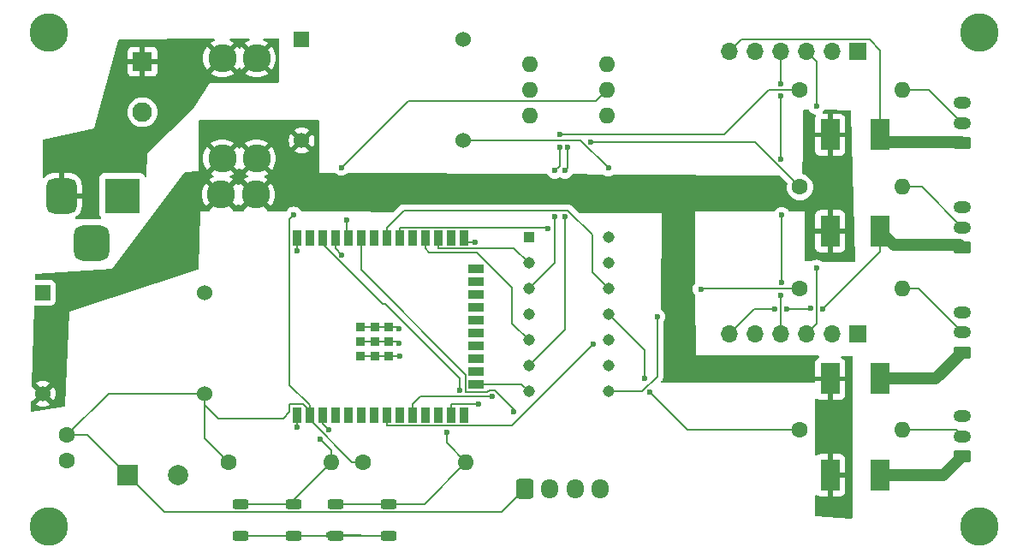
<source format=gbr>
%TF.GenerationSoftware,KiCad,Pcbnew,8.0.8*%
%TF.CreationDate,2025-02-20T16:12:13-05:00*%
%TF.ProjectId,ESP32_SMD,45535033-325f-4534-9d44-2e6b69636164,rev?*%
%TF.SameCoordinates,Original*%
%TF.FileFunction,Copper,L1,Top*%
%TF.FilePolarity,Positive*%
%FSLAX46Y46*%
G04 Gerber Fmt 4.6, Leading zero omitted, Abs format (unit mm)*
G04 Created by KiCad (PCBNEW 8.0.8) date 2025-02-20 16:12:13*
%MOMM*%
%LPD*%
G01*
G04 APERTURE LIST*
G04 Aperture macros list*
%AMRoundRect*
0 Rectangle with rounded corners*
0 $1 Rounding radius*
0 $2 $3 $4 $5 $6 $7 $8 $9 X,Y pos of 4 corners*
0 Add a 4 corners polygon primitive as box body*
4,1,4,$2,$3,$4,$5,$6,$7,$8,$9,$2,$3,0*
0 Add four circle primitives for the rounded corners*
1,1,$1+$1,$2,$3*
1,1,$1+$1,$4,$5*
1,1,$1+$1,$6,$7*
1,1,$1+$1,$8,$9*
0 Add four rect primitives between the rounded corners*
20,1,$1+$1,$2,$3,$4,$5,0*
20,1,$1+$1,$4,$5,$6,$7,0*
20,1,$1+$1,$6,$7,$8,$9,0*
20,1,$1+$1,$8,$9,$2,$3,0*%
G04 Aperture macros list end*
%TA.AperFunction,ComponentPad*%
%ADD10C,3.800000*%
%TD*%
%TA.AperFunction,SMDPad,CuDef*%
%ADD11RoundRect,0.250000X-0.525000X-0.250000X0.525000X-0.250000X0.525000X0.250000X-0.525000X0.250000X0*%
%TD*%
%TA.AperFunction,ComponentPad*%
%ADD12C,1.600000*%
%TD*%
%TA.AperFunction,ComponentPad*%
%ADD13O,1.600000X1.600000*%
%TD*%
%TA.AperFunction,ComponentPad*%
%ADD14RoundRect,0.250000X-0.600000X-0.725000X0.600000X-0.725000X0.600000X0.725000X-0.600000X0.725000X0*%
%TD*%
%TA.AperFunction,ComponentPad*%
%ADD15O,1.700000X1.950000*%
%TD*%
%TA.AperFunction,ComponentPad*%
%ADD16R,1.524000X1.524000*%
%TD*%
%TA.AperFunction,ComponentPad*%
%ADD17C,1.524000*%
%TD*%
%TA.AperFunction,ComponentPad*%
%ADD18RoundRect,0.250000X0.625000X-0.350000X0.625000X0.350000X-0.625000X0.350000X-0.625000X-0.350000X0*%
%TD*%
%TA.AperFunction,ComponentPad*%
%ADD19O,1.750000X1.200000*%
%TD*%
%TA.AperFunction,SMDPad,CuDef*%
%ADD20R,1.960000X3.150000*%
%TD*%
%TA.AperFunction,ComponentPad*%
%ADD21R,1.140000X1.140000*%
%TD*%
%TA.AperFunction,ComponentPad*%
%ADD22C,1.140000*%
%TD*%
%TA.AperFunction,ComponentPad*%
%ADD23R,3.500000X3.500000*%
%TD*%
%TA.AperFunction,ComponentPad*%
%ADD24RoundRect,0.750000X-0.750000X-1.000000X0.750000X-1.000000X0.750000X1.000000X-0.750000X1.000000X0*%
%TD*%
%TA.AperFunction,ComponentPad*%
%ADD25RoundRect,0.875000X-0.875000X-0.875000X0.875000X-0.875000X0.875000X0.875000X-0.875000X0.875000X0*%
%TD*%
%TA.AperFunction,SMDPad,CuDef*%
%ADD26R,0.900000X1.500000*%
%TD*%
%TA.AperFunction,SMDPad,CuDef*%
%ADD27R,1.500000X0.900000*%
%TD*%
%TA.AperFunction,SMDPad,CuDef*%
%ADD28R,0.900000X0.900000*%
%TD*%
%TA.AperFunction,ComponentPad*%
%ADD29C,2.780000*%
%TD*%
%TA.AperFunction,ComponentPad*%
%ADD30R,1.700000X1.700000*%
%TD*%
%TA.AperFunction,ComponentPad*%
%ADD31O,1.700000X1.700000*%
%TD*%
%TA.AperFunction,ComponentPad*%
%ADD32C,1.950000*%
%TD*%
%TA.AperFunction,ComponentPad*%
%ADD33R,1.950000X1.950000*%
%TD*%
%TA.AperFunction,ComponentPad*%
%ADD34R,2.000000X2.000000*%
%TD*%
%TA.AperFunction,ComponentPad*%
%ADD35C,2.000000*%
%TD*%
%TA.AperFunction,ViaPad*%
%ADD36C,0.600000*%
%TD*%
%TA.AperFunction,Conductor*%
%ADD37C,0.200000*%
%TD*%
%TA.AperFunction,Conductor*%
%ADD38C,1.200000*%
%TD*%
G04 APERTURE END LIST*
D10*
%TO.P,H4,1*%
%TO.N,N/C*%
X29210000Y-83185000D03*
%TD*%
%TO.P,H3,1*%
%TO.N,N/C*%
X121285000Y-83185000D03*
%TD*%
%TO.P,H2,1*%
%TO.N,N/C*%
X29210000Y-34300000D03*
%TD*%
%TO.P,H1,1*%
%TO.N,N/C*%
X121285000Y-34300000D03*
%TD*%
D11*
%TO.P,SW2,1,A*%
%TO.N,+3.3V_BOOT*%
X57573000Y-80950000D03*
X62823000Y-80950000D03*
%TO.P,SW2,2,B*%
%TO.N,GND*%
X57573000Y-84150000D03*
X62823000Y-84150000D03*
%TD*%
D12*
%TO.P,R6,1*%
%TO.N,+3.3V*%
X60325000Y-76835000D03*
D13*
%TO.P,R6,2*%
%TO.N,+3.3V_BOOT*%
X70485000Y-76835000D03*
%TD*%
D14*
%TO.P,J11,1,Pin_1*%
%TO.N,+3.3V*%
X76260000Y-79485000D03*
D15*
%TO.P,J11,2,Pin_2*%
%TO.N,TXD*%
X78760000Y-79485000D03*
%TO.P,J11,3,Pin_3*%
%TO.N,RXD*%
X81260000Y-79485000D03*
%TO.P,J11,4,Pin_4*%
%TO.N,GND*%
X83760000Y-79485000D03*
%TD*%
D12*
%TO.P,C2,1*%
%TO.N,+3.3V*%
X30988000Y-74168000D03*
%TO.P,C2,2*%
%TO.N,GND*%
X30988000Y-76668000D03*
%TD*%
%TO.P,R2,1*%
%TO.N,Net-(U4-2Y)*%
X103505000Y-49610000D03*
D13*
%TO.P,R2,2*%
%TO.N,LED_DATA2*%
X113665000Y-49610000D03*
%TD*%
D11*
%TO.P,SW1,1,A*%
%TO.N,+3.3V_EN*%
X48175000Y-80950000D03*
X53425000Y-80950000D03*
%TO.P,SW1,2,B*%
%TO.N,GND*%
X48175000Y-84150000D03*
X53425000Y-84150000D03*
%TD*%
D16*
%TO.P,J10,1,1*%
%TO.N,GND*%
X28625000Y-60050000D03*
D17*
%TO.P,J10,2,2*%
%TO.N,+12V*%
X28625000Y-70050000D03*
%TO.P,J10,3,3*%
%TO.N,GND*%
X44625000Y-60050000D03*
%TO.P,J10,4,4*%
%TO.N,+3.3V*%
X44625000Y-70050000D03*
%TD*%
D12*
%TO.P,R1,1*%
%TO.N,Net-(U4-1Y)*%
X103505000Y-40005000D03*
D13*
%TO.P,R1,2*%
%TO.N,LED_DATA1*%
X113665000Y-40005000D03*
%TD*%
D18*
%TO.P,J3,1,Pin_1*%
%TO.N,Net-(J3-Pin_1)*%
X119550000Y-45283300D03*
D19*
%TO.P,J3,2,Pin_2*%
%TO.N,LED_DATA1*%
X119550000Y-43283300D03*
%TO.P,J3,3,Pin_3*%
%TO.N,GND*%
X119550000Y-41283300D03*
%TD*%
D20*
%TO.P,F3,1*%
%TO.N,+12V*%
X106490000Y-53975000D03*
%TO.P,F3,2*%
%TO.N,Net-(J2-Pin_6)*%
X111400000Y-53975000D03*
%TD*%
D12*
%TO.P,R5,1*%
%TO.N,+3.3V*%
X46990000Y-76835000D03*
D13*
%TO.P,R5,2*%
%TO.N,+3.3V_EN*%
X57150000Y-76835000D03*
%TD*%
D18*
%TO.P,J5,1,Pin_1*%
%TO.N,Net-(J5-Pin_1)*%
X119550000Y-66000000D03*
D19*
%TO.P,J5,2,Pin_2*%
%TO.N,LED_DATA3*%
X119550000Y-64000000D03*
%TO.P,J5,3,Pin_3*%
%TO.N,GND*%
X119550000Y-62000000D03*
%TD*%
D21*
%TO.P,U4,1,1~{OE}*%
%TO.N,GND*%
X76675000Y-54610000D03*
D22*
%TO.P,U4,2,1A*%
%TO.N,DATA1*%
X76675000Y-57150000D03*
%TO.P,U4,3,1Y*%
%TO.N,Net-(U4-1Y)*%
X76675000Y-59690000D03*
%TO.P,U4,4,2~{OE}*%
%TO.N,GND*%
X76675000Y-62230000D03*
%TO.P,U4,5,2A*%
%TO.N,DATA2*%
X76675000Y-64770000D03*
%TO.P,U4,6,2Y*%
%TO.N,Net-(U4-2Y)*%
X76675000Y-67310000D03*
%TO.P,U4,7,GND*%
%TO.N,GND*%
X76675000Y-69850000D03*
%TO.P,U4,8,3Y*%
%TO.N,Net-(U4-3Y)*%
X84615000Y-69850000D03*
%TO.P,U4,9,3A*%
%TO.N,DATA3*%
X84615000Y-67310000D03*
%TO.P,U4,10,3~{OE}*%
%TO.N,GND*%
X84615000Y-64770000D03*
%TO.P,U4,11,4Y*%
%TO.N,Net-(U4-4Y)*%
X84615000Y-62230000D03*
%TO.P,U4,12,4A*%
%TO.N,DATA4*%
X84615000Y-59690000D03*
%TO.P,U4,13,4~{OE}*%
%TO.N,GND*%
X84615000Y-57150000D03*
%TO.P,U4,14,VCC*%
%TO.N,+5V*%
X84615000Y-54610000D03*
%TD*%
D12*
%TO.P,R4,1*%
%TO.N,Net-(U4-4Y)*%
X103505000Y-73660000D03*
D13*
%TO.P,R4,2*%
%TO.N,LED_DATA4*%
X113665000Y-73660000D03*
%TD*%
D20*
%TO.P,F5,1*%
%TO.N,+12V*%
X106490000Y-78105000D03*
%TO.P,F5,2*%
%TO.N,Net-(J6-Pin_1)*%
X111400000Y-78105000D03*
%TD*%
D16*
%TO.P,J1,1,1*%
%TO.N,GND*%
X54230000Y-35005000D03*
D17*
%TO.P,J1,2,2*%
%TO.N,+12V*%
X54230000Y-45005000D03*
%TO.P,J1,3,3*%
%TO.N,GND*%
X70230000Y-35005000D03*
%TO.P,J1,4,4*%
%TO.N,+5V*%
X70230000Y-45005000D03*
%TD*%
D23*
%TO.P,J9,1*%
%TO.N,GND*%
X36480000Y-50477500D03*
D24*
%TO.P,J9,2*%
%TO.N,+VCC*%
X30480000Y-50477500D03*
D25*
%TO.P,J9,3*%
%TO.N,N/C*%
X33480000Y-55177500D03*
%TD*%
D26*
%TO.P,U2,1,GND*%
%TO.N,GND*%
X53745000Y-72150000D03*
%TO.P,U2,2,3V3*%
%TO.N,+3.3V*%
X55015000Y-72150000D03*
%TO.P,U2,3,EN/CHIP_PU*%
%TO.N,+3.3V_EN*%
X56285000Y-72150000D03*
%TO.P,U2,4,SENSOR_VP/GPIO36/ADC1_CH0*%
%TO.N,unconnected-(U2-SENSOR_VP{slash}GPIO36{slash}ADC1_CH0-Pad4)*%
X57555000Y-72150000D03*
%TO.P,U2,5,SENSOR_VN/GPIO39/ADC1_CH3*%
%TO.N,unconnected-(U2-SENSOR_VN{slash}GPIO39{slash}ADC1_CH3-Pad5)*%
X58825000Y-72150000D03*
%TO.P,U2,6,GPIO34/ADC1_CH6*%
%TO.N,unconnected-(U2-GPIO34{slash}ADC1_CH6-Pad6)*%
X60095000Y-72150000D03*
%TO.P,U2,7,GPIO35/ADC1_CH7*%
%TO.N,unconnected-(U2-GPIO35{slash}ADC1_CH7-Pad7)*%
X61365000Y-72150000D03*
%TO.P,U2,8,32K_XP/GPIO32/ADC1_CH4*%
%TO.N,MIC_SD*%
X62635000Y-72150000D03*
%TO.P,U2,9,32K_XN/GPIO33/ADC1_CH5*%
%TO.N,unconnected-(U2-32K_XN{slash}GPIO33{slash}ADC1_CH5-Pad9)*%
X63905000Y-72150000D03*
%TO.P,U2,10,DAC_1/ADC2_CH8/GPIO25*%
%TO.N,MIC_WS*%
X65175000Y-72150000D03*
%TO.P,U2,11,DAC_2/ADC2_CH9/GPIO26*%
%TO.N,unconnected-(U2-DAC_2{slash}ADC2_CH9{slash}GPIO26-Pad11)*%
X66445000Y-72150000D03*
%TO.P,U2,12,ADC2_CH7/GPIO27*%
%TO.N,unconnected-(U2-ADC2_CH7{slash}GPIO27-Pad12)*%
X67715000Y-72150000D03*
%TO.P,U2,13,MTMS/GPIO14/ADC2_CH6*%
%TO.N,MIC_SCK*%
X68985000Y-72150000D03*
%TO.P,U2,14,MTDI/GPIO12/ADC2_CH5*%
%TO.N,unconnected-(U2-MTDI{slash}GPIO12{slash}ADC2_CH5-Pad14)*%
X70255000Y-72150000D03*
D27*
%TO.P,U2,15,GND*%
%TO.N,GND*%
X71505000Y-69120000D03*
%TO.P,U2,16,MTCK/GPIO13/ADC2_CH4*%
%TO.N,unconnected-(U2-MTCK{slash}GPIO13{slash}ADC2_CH4-Pad16)*%
X71505000Y-67850000D03*
%TO.P,U2,17*%
%TO.N,N/C*%
X71505000Y-66580000D03*
%TO.P,U2,18*%
X71505000Y-65310000D03*
%TO.P,U2,19*%
X71505000Y-64040000D03*
%TO.P,U2,20*%
X71505000Y-62770000D03*
%TO.P,U2,21*%
X71505000Y-61500000D03*
%TO.P,U2,22*%
X71505000Y-60230000D03*
%TO.P,U2,23,MTDO/GPIO15/ADC2_CH3*%
%TO.N,unconnected-(U2-MTDO{slash}GPIO15{slash}ADC2_CH3-Pad23)*%
X71505000Y-58960000D03*
%TO.P,U2,24,ADC2_CH2/GPIO2*%
%TO.N,unconnected-(U2-ADC2_CH2{slash}GPIO2-Pad24)*%
X71505000Y-57690000D03*
D26*
%TO.P,U2,25,GPIO0/BOOT/ADC2_CH1*%
%TO.N,+3.3V_BOOT*%
X70255000Y-54650000D03*
%TO.P,U2,26,ADC2_CH0/GPIO4*%
%TO.N,unconnected-(U2-ADC2_CH0{slash}GPIO4-Pad26)*%
X68985000Y-54650000D03*
%TO.P,U2,27,GPIO16*%
%TO.N,DATA1*%
X67715000Y-54650000D03*
%TO.P,U2,28,GPIO17*%
%TO.N,DATA2*%
X66445000Y-54650000D03*
%TO.P,U2,29,GPIO5*%
%TO.N,unconnected-(U2-GPIO5-Pad29)*%
X65175000Y-54650000D03*
%TO.P,U2,30,GPIO18*%
%TO.N,DATA3*%
X63905000Y-54650000D03*
%TO.P,U2,31,GPIO19*%
%TO.N,DATA4*%
X62635000Y-54650000D03*
%TO.P,U2,32*%
%TO.N,N/C*%
X61365000Y-54650000D03*
%TO.P,U2,33,GPIO21*%
%TO.N,SENS-SDA*%
X60095000Y-54650000D03*
%TO.P,U2,34,U0RXD/GPIO3*%
%TO.N,RXD*%
X58825000Y-54650000D03*
%TO.P,U2,35,U0TXD/GPIO1*%
%TO.N,TXD*%
X57555000Y-54650000D03*
%TO.P,U2,36,GPIO22*%
%TO.N,SENS-SCL*%
X56285000Y-54650000D03*
%TO.P,U2,37,GPIO23*%
%TO.N,unconnected-(U2-GPIO23-Pad37)*%
X55015000Y-54650000D03*
%TO.P,U2,38,GND*%
%TO.N,GND*%
X53745000Y-54650000D03*
D28*
%TO.P,U2,39,GND_THERMAL*%
X60065000Y-66300000D03*
X60065000Y-66300000D03*
X61465000Y-66300000D03*
X62865000Y-66300000D03*
X62865000Y-66300000D03*
X60065000Y-64900000D03*
X61465000Y-64900000D03*
X62865000Y-64900000D03*
X62865000Y-64900000D03*
X60065000Y-63500000D03*
X61465000Y-63500000D03*
X62865000Y-63500000D03*
%TD*%
D18*
%TO.P,J6,1,Pin_1*%
%TO.N,Net-(J6-Pin_1)*%
X119550000Y-76283300D03*
D19*
%TO.P,J6,2,Pin_2*%
%TO.N,LED_DATA4*%
X119550000Y-74283300D03*
%TO.P,J6,3,Pin_3*%
%TO.N,GND*%
X119550000Y-72283300D03*
%TD*%
D13*
%TO.P,U3,1,SD*%
%TO.N,MIC_SD*%
X84455000Y-42545000D03*
%TO.P,U3,2,VDD*%
%TO.N,+3.3V*%
X84455000Y-40005000D03*
%TO.P,U3,3,GND*%
%TO.N,GND*%
X84455000Y-37465000D03*
%TO.P,U3,4,L/R*%
X76835000Y-37465000D03*
%TO.P,U3,5,WS*%
%TO.N,MIC_WS*%
X76835000Y-40005000D03*
%TO.P,U3,6,SCK*%
%TO.N,MIC_SCK*%
X76835000Y-42545000D03*
%TD*%
D29*
%TO.P,F1,1*%
%TO.N,+VCC*%
X49769500Y-36861000D03*
X46369500Y-36861000D03*
%TO.P,F1,2*%
%TO.N,+12V*%
X49769500Y-46781000D03*
X46369500Y-46781000D03*
X49669500Y-50361000D03*
X46269500Y-50361000D03*
%TD*%
D20*
%TO.P,F2,1*%
%TO.N,+12V*%
X106490000Y-44450000D03*
%TO.P,F2,2*%
%TO.N,Net-(J3-Pin_1)*%
X111400000Y-44450000D03*
%TD*%
D30*
%TO.P,J8,1,Pin_1*%
%TO.N,+3.3V*%
X109220000Y-36195000D03*
D31*
%TO.P,J8,2,Pin_2*%
%TO.N,GND*%
X106680000Y-36195000D03*
%TO.P,J8,3,Pin_3*%
%TO.N,SENS-SCL*%
X104140000Y-36195000D03*
%TO.P,J8,4,Pin_4*%
%TO.N,SENS-SDA*%
X101600000Y-36195000D03*
%TO.P,J8,5,Pin_5*%
%TO.N,GND*%
X99060000Y-36195000D03*
%TO.P,J8,6,Pin_6*%
%TO.N,Net-(J3-Pin_1)*%
X96520000Y-36195000D03*
%TD*%
D12*
%TO.P,R3,1*%
%TO.N,Net-(U4-3Y)*%
X103505000Y-59690000D03*
D13*
%TO.P,R3,2*%
%TO.N,LED_DATA3*%
X113665000Y-59690000D03*
%TD*%
D18*
%TO.P,J4,1,Pin_1*%
%TO.N,Net-(J2-Pin_6)*%
X119550000Y-55616700D03*
D19*
%TO.P,J4,2,Pin_2*%
%TO.N,LED_DATA2*%
X119550000Y-53616700D03*
%TO.P,J4,3,Pin_3*%
%TO.N,GND*%
X119550000Y-51616700D03*
%TD*%
D32*
%TO.P,J7,1,Pin_1*%
%TO.N,GND*%
X38480000Y-42212500D03*
D33*
%TO.P,J7,2,Pin_2*%
%TO.N,+VCC*%
X38480000Y-37212500D03*
%TD*%
D30*
%TO.P,J2,1,Pin_1*%
%TO.N,+3.3V*%
X109220000Y-64135000D03*
D31*
%TO.P,J2,2,Pin_2*%
%TO.N,GND*%
X106680000Y-64135000D03*
%TO.P,J2,3,Pin_3*%
%TO.N,SENS-SCL*%
X104140000Y-64135000D03*
%TO.P,J2,4,Pin_4*%
%TO.N,SENS-SDA*%
X101600000Y-64135000D03*
%TO.P,J2,5,Pin_5*%
%TO.N,GND*%
X99060000Y-64135000D03*
%TO.P,J2,6,Pin_6*%
%TO.N,Net-(J2-Pin_6)*%
X96520000Y-64135000D03*
%TD*%
D20*
%TO.P,F4,1*%
%TO.N,+12V*%
X106490000Y-68580000D03*
%TO.P,F4,2*%
%TO.N,Net-(J5-Pin_1)*%
X111400000Y-68580000D03*
%TD*%
D34*
%TO.P,C1,1*%
%TO.N,+3.3V*%
X37002323Y-78105000D03*
D35*
%TO.P,C1,2*%
%TO.N,GND*%
X42002323Y-78105000D03*
%TD*%
D36*
%TO.N,GND*%
X63950000Y-66300000D03*
%TO.N,TXD*%
X58207265Y-56342735D03*
%TO.N,RXD*%
X58650000Y-52850000D03*
%TO.N,+3.3V_BOOT*%
X71400000Y-55100000D03*
X68550000Y-73900000D03*
%TO.N,+3.3V_EN*%
X56042235Y-74507765D03*
X56865765Y-73634235D03*
%TO.N,MIC_SD*%
X83100600Y-65120000D03*
%TO.N,MIC_SCK*%
X71725200Y-71048900D03*
%TO.N,MIC_WS*%
X73045300Y-70320300D03*
%TO.N,DATA3*%
X78618500Y-53739100D03*
%TO.N,+5V*%
X84550000Y-47750000D03*
%TO.N,+3.3V*%
X53450000Y-52350000D03*
X58150000Y-47700000D03*
%TO.N,Net-(U4-1Y)*%
X79750000Y-45700000D03*
X79250000Y-48000000D03*
X79750000Y-44405000D03*
X79250000Y-52550000D03*
%TO.N,Net-(U4-2Y)*%
X80550000Y-45700000D03*
X82824300Y-45175700D03*
X80250000Y-48000000D03*
X80250000Y-52550000D03*
%TO.N,Net-(U4-3Y)*%
X93700000Y-59700000D03*
X89400000Y-62450000D03*
%TO.N,Net-(U4-4Y)*%
X88150000Y-68550000D03*
X88666300Y-69916300D03*
%TO.N,Net-(J2-Pin_6)*%
X101000000Y-61700000D03*
X102200000Y-61650000D03*
X105750000Y-61650000D03*
X104550000Y-61600000D03*
%TO.N,GND*%
X53745000Y-73404800D03*
X63823600Y-65106900D03*
X63866200Y-63635800D03*
X56896000Y-84010000D03*
X53745000Y-55910900D03*
%TO.N,SENS-SCL*%
X105150000Y-41650000D03*
X105150000Y-57600000D03*
X69850000Y-69720300D03*
%TO.N,SENS-SDA*%
X75150000Y-71850000D03*
X101700000Y-52400000D03*
X101600000Y-60290000D03*
X101600000Y-40605000D03*
X101650000Y-59090000D03*
X101622000Y-46878200D03*
X101600000Y-39405000D03*
%TD*%
D37*
%TO.N,+3.3V_BOOT*%
X62823000Y-80950000D02*
X66370000Y-80950000D01*
X66370000Y-80950000D02*
X70485000Y-76835000D01*
%TO.N,GND*%
X62823000Y-84150000D02*
X57573000Y-84150000D01*
%TO.N,+3.3V_BOOT*%
X62823000Y-80950000D02*
X57573000Y-80950000D01*
%TO.N,GND*%
X62865000Y-66300000D02*
X63950000Y-66300000D01*
%TO.N,TXD*%
X58207265Y-56342735D02*
X57555000Y-55690470D01*
X57555000Y-55690470D02*
X57555000Y-54650000D01*
%TO.N,RXD*%
X58650000Y-52850000D02*
X58650000Y-54475000D01*
%TO.N,+3.3V*%
X76260000Y-79485000D02*
X73995000Y-81750000D01*
X73995000Y-81750000D02*
X40647323Y-81750000D01*
X40647323Y-81750000D02*
X37002323Y-78105000D01*
%TO.N,+3.3V_BOOT*%
X70485000Y-76835000D02*
X68550000Y-74900000D01*
X68550000Y-74900000D02*
X68550000Y-73900000D01*
X71400000Y-55100000D02*
X70705000Y-55100000D01*
X70705000Y-55100000D02*
X70255000Y-54650000D01*
%TO.N,+3.3V_EN*%
X57150000Y-75615530D02*
X57150000Y-76835000D01*
X56042235Y-74507765D02*
X57150000Y-75615530D01*
X56285000Y-72150000D02*
X56285000Y-73053470D01*
X56285000Y-73053470D02*
X56865765Y-73634235D01*
%TO.N,GND*%
X53425000Y-84150000D02*
X56756000Y-84150000D01*
X56756000Y-84150000D02*
X56896000Y-84010000D01*
X56896000Y-84010000D02*
X60100000Y-84010000D01*
X48175000Y-84150000D02*
X53425000Y-84150000D01*
%TO.N,+3.3V_EN*%
X53425000Y-80950000D02*
X48175000Y-80950000D01*
X57150000Y-76835000D02*
X53425000Y-80560000D01*
%TO.N,+3.3V*%
X59218000Y-76835000D02*
X60325000Y-76835000D01*
X55015000Y-72632000D02*
X59218000Y-76835000D01*
X44625000Y-70050000D02*
X44625000Y-71127630D01*
X44625000Y-71127630D02*
X45997370Y-72500000D01*
X45997370Y-72500000D02*
X52377000Y-72500000D01*
X54356000Y-71100000D02*
X55015000Y-71759000D01*
X52377000Y-72500000D02*
X52995000Y-71882000D01*
X52995000Y-71882000D02*
X52995000Y-71100000D01*
X52995000Y-71100000D02*
X54356000Y-71100000D01*
X30988000Y-74168000D02*
X33065323Y-74168000D01*
X33065323Y-74168000D02*
X37002323Y-78105000D01*
X44625000Y-70050000D02*
X35106000Y-70050000D01*
X35106000Y-70050000D02*
X30988000Y-74168000D01*
X44625000Y-70050000D02*
X44625000Y-74470000D01*
X44625000Y-74470000D02*
X46990000Y-76835000D01*
%TO.N,DATA1*%
X67715000Y-55701700D02*
X75226700Y-55701700D01*
X75226700Y-55701700D02*
X76675000Y-57150000D01*
X67715000Y-54650000D02*
X67715000Y-55701700D01*
%TO.N,MIC_SD*%
X75018900Y-73201700D02*
X83100600Y-65120000D01*
X62635000Y-73201700D02*
X75018900Y-73201700D01*
X62635000Y-72150000D02*
X62635000Y-73201700D01*
%TO.N,MIC_SCK*%
X68985000Y-72150000D02*
X68985000Y-71098300D01*
X68985000Y-71098300D02*
X71675800Y-71098300D01*
X71675800Y-71098300D02*
X71725200Y-71048900D01*
%TO.N,DATA4*%
X80512100Y-51923000D02*
X82945200Y-54356100D01*
X82945200Y-58020200D02*
X84615000Y-59690000D01*
X82945200Y-54356100D02*
X82945200Y-58020200D01*
X64310300Y-51923000D02*
X80512100Y-51923000D01*
X62635000Y-53598300D02*
X64310300Y-51923000D01*
X62635000Y-54650000D02*
X62635000Y-53598300D01*
%TO.N,DATA2*%
X66846700Y-56103400D02*
X71568600Y-56103400D01*
X71568600Y-56103400D02*
X75005200Y-59540000D01*
X75005200Y-63100200D02*
X76675000Y-64770000D01*
X75005200Y-59540000D02*
X75005200Y-63100200D01*
X66445000Y-55701700D02*
X66846700Y-56103400D01*
X66445000Y-54650000D02*
X66445000Y-55701700D01*
%TO.N,MIC_WS*%
X65953000Y-70320300D02*
X65175000Y-71098300D01*
X65175000Y-72150000D02*
X65175000Y-71098300D01*
X73045300Y-70320300D02*
X65953000Y-70320300D01*
%TO.N,DATA3*%
X78618500Y-53739100D02*
X78477700Y-53598300D01*
X78477700Y-53598300D02*
X63905000Y-53598300D01*
X63905000Y-54650000D02*
X63905000Y-53598300D01*
%TO.N,+5V*%
X81805000Y-45005000D02*
X84550000Y-47750000D01*
X70230000Y-45005000D02*
X81805000Y-45005000D01*
%TO.N,+3.3V*%
X52995000Y-69180000D02*
X55015000Y-71200000D01*
X83355000Y-41105000D02*
X64745000Y-41105000D01*
X52995000Y-52805000D02*
X52995000Y-69180000D01*
X64745000Y-41105000D02*
X58150000Y-47700000D01*
X84455000Y-40005000D02*
X83355000Y-41105000D01*
X53450000Y-52350000D02*
X52995000Y-52805000D01*
X55015000Y-71200000D02*
X55015000Y-72150000D01*
%TO.N,LED_DATA1*%
X116272000Y-40005000D02*
X119550000Y-43283300D01*
X113665000Y-40005000D02*
X116272000Y-40005000D01*
%TO.N,Net-(U4-1Y)*%
X79750000Y-47500000D02*
X79250000Y-48000000D01*
X100457000Y-40005000D02*
X96057000Y-44405000D01*
X96057000Y-44405000D02*
X79750000Y-44405000D01*
X103505000Y-40005000D02*
X100457000Y-40005000D01*
X79750000Y-45700000D02*
X79750000Y-47500000D01*
X79250000Y-52550000D02*
X79250000Y-57115000D01*
X79250000Y-57115000D02*
X76675000Y-59690000D01*
%TO.N,LED_DATA2*%
X113665000Y-49610000D02*
X115543000Y-49610000D01*
X115543000Y-49610000D02*
X119550000Y-53616700D01*
%TO.N,Net-(U4-2Y)*%
X80550000Y-45700000D02*
X80550000Y-47700000D01*
X80250000Y-52550000D02*
X80250000Y-63735000D01*
X80550000Y-47700000D02*
X80250000Y-48000000D01*
X99107000Y-45212000D02*
X82860500Y-45212000D01*
X82860500Y-45212000D02*
X82824300Y-45175700D01*
X103505000Y-49610000D02*
X99107000Y-45212000D01*
X80250000Y-63735000D02*
X76675000Y-67310000D01*
%TO.N,Net-(U4-3Y)*%
X93710000Y-59690000D02*
X93700000Y-59700000D01*
X89400000Y-62450000D02*
X89400000Y-68334000D01*
X89400000Y-68334000D02*
X87884000Y-69850000D01*
X87884000Y-69850000D02*
X84615000Y-69850000D01*
X103505000Y-59690000D02*
X93710000Y-59690000D01*
%TO.N,LED_DATA3*%
X113665000Y-59690000D02*
X115240000Y-59690000D01*
X115240000Y-59690000D02*
X119550000Y-64000000D01*
%TO.N,Net-(U4-4Y)*%
X88150000Y-65765000D02*
X84615000Y-62230000D01*
X92410000Y-73660000D02*
X88666300Y-69916300D01*
X103505000Y-73660000D02*
X92410000Y-73660000D01*
X88150000Y-68550000D02*
X88150000Y-65765000D01*
%TO.N,LED_DATA4*%
X113665000Y-73660000D02*
X118927000Y-73660000D01*
X118927000Y-73660000D02*
X119550000Y-74283300D01*
%TO.N,Net-(J2-Pin_6)*%
X102200000Y-61650000D02*
X104500000Y-61650000D01*
D38*
X112797000Y-55372000D02*
X119305000Y-55372000D01*
D37*
X104500000Y-61650000D02*
X104550000Y-61600000D01*
D38*
X111400000Y-53975000D02*
X112797000Y-55372000D01*
D37*
X98955000Y-61700000D02*
X101000000Y-61700000D01*
X111400000Y-56000000D02*
X111400000Y-53975000D01*
D38*
X119305000Y-55372000D02*
X119550000Y-55616700D01*
D37*
X105750000Y-61650000D02*
X111400000Y-56000000D01*
X96520000Y-64135000D02*
X98955000Y-61700000D01*
D38*
%TO.N,Net-(J6-Pin_1)*%
X117728000Y-78105000D02*
X119550000Y-76283300D01*
X111400000Y-78105000D02*
X117728000Y-78105000D01*
D37*
%TO.N,GND*%
X63866200Y-63635800D02*
X63752500Y-63635800D01*
X60065000Y-63500000D02*
X61465000Y-63500000D01*
X63616700Y-64900000D02*
X63823600Y-65106900D01*
X61465000Y-66300000D02*
X62865000Y-66300000D01*
X60065000Y-64900000D02*
X61465000Y-64900000D01*
X53745000Y-73404800D02*
X53745000Y-72150000D01*
X71505000Y-69120000D02*
X75945000Y-69120000D01*
X62865000Y-63500000D02*
X63616700Y-63500000D01*
X60065000Y-66300000D02*
X61465000Y-66300000D01*
X61465000Y-63500000D02*
X62865000Y-63500000D01*
X75945000Y-69120000D02*
X76675000Y-69850000D01*
X61465000Y-64900000D02*
X62865000Y-64900000D01*
X62865000Y-64900000D02*
X63616700Y-64900000D01*
X53745000Y-55910900D02*
X53745000Y-54650000D01*
X63752500Y-63635800D02*
X63616700Y-63500000D01*
D38*
%TO.N,Net-(J5-Pin_1)*%
X116970000Y-68580000D02*
X119550000Y-66000000D01*
X111400000Y-68580000D02*
X116970000Y-68580000D01*
D37*
%TO.N,SENS-SCL*%
X62484000Y-61214000D02*
X69850000Y-68580000D01*
X56285000Y-55269000D02*
X62230000Y-61214000D01*
X105150000Y-57600000D02*
X105150000Y-63125000D01*
X105150000Y-37205000D02*
X105150000Y-41650000D01*
X62230000Y-61214000D02*
X62484000Y-61214000D01*
X104140000Y-36195000D02*
X105150000Y-37205000D01*
X69850000Y-68580000D02*
X69850000Y-69720300D01*
X105150000Y-63125000D02*
X104140000Y-64135000D01*
%TO.N,SENS-SDA*%
X101700000Y-52400000D02*
X101700000Y-59040000D01*
X101600000Y-36195000D02*
X101600000Y-39405000D01*
X101600000Y-60290000D02*
X101600000Y-64135000D01*
X70505300Y-69920300D02*
X72596771Y-69920300D01*
X60095000Y-54650000D02*
X60095000Y-57809000D01*
X73293829Y-69720300D02*
X75150000Y-71576471D01*
X72596771Y-69920300D02*
X72796771Y-69720300D01*
X70455000Y-69870000D02*
X70505300Y-69920300D01*
X60095000Y-57809000D02*
X70455000Y-68169000D01*
X101600000Y-40605000D02*
X101600000Y-46856500D01*
X101600000Y-46856500D02*
X101622000Y-46878200D01*
X70455000Y-68169000D02*
X70455000Y-69870000D01*
X75150000Y-71576471D02*
X75150000Y-71850000D01*
X72796771Y-69720300D02*
X73293829Y-69720300D01*
X101700000Y-59040000D02*
X101650000Y-59090000D01*
D38*
%TO.N,Net-(J3-Pin_1)*%
X119479000Y-45212000D02*
X119550000Y-45283300D01*
D37*
X111400000Y-36075000D02*
X111400000Y-44450000D01*
X110370000Y-35045000D02*
X111400000Y-36075000D01*
X97670000Y-35045000D02*
X110370000Y-35045000D01*
D38*
X111400000Y-44450000D02*
X112162000Y-45212000D01*
D37*
X96520000Y-36195000D02*
X97670000Y-35045000D01*
D38*
X112162000Y-45212000D02*
X119479000Y-45212000D01*
%TD*%
%TA.AperFunction,Conductor*%
%TO.N,+12V*%
G36*
X104329330Y-41955531D02*
G01*
X104396158Y-41975914D01*
X104433026Y-42013551D01*
X104520184Y-42152262D01*
X104647738Y-42279816D01*
X104800478Y-42375789D01*
X104970745Y-42435368D01*
X104980451Y-42436461D01*
X105044864Y-42463527D01*
X105084421Y-42521121D01*
X105086560Y-42590957D01*
X105070271Y-42624786D01*
X105070897Y-42625128D01*
X105066645Y-42632913D01*
X105016403Y-42767620D01*
X105016401Y-42767627D01*
X105010000Y-42827155D01*
X105010000Y-44200000D01*
X106240000Y-44200000D01*
X106740000Y-44200000D01*
X107970000Y-44200000D01*
X107970000Y-42827172D01*
X107969999Y-42827155D01*
X107963598Y-42767627D01*
X107963596Y-42767620D01*
X107913354Y-42632913D01*
X107913350Y-42632906D01*
X107827190Y-42517812D01*
X107827187Y-42517809D01*
X107712093Y-42431649D01*
X107712086Y-42431645D01*
X107577379Y-42381403D01*
X107577372Y-42381401D01*
X107517844Y-42375000D01*
X106740000Y-42375000D01*
X106740000Y-44200000D01*
X106240000Y-44200000D01*
X106240000Y-42375000D01*
X105856440Y-42375000D01*
X105789401Y-42355315D01*
X105743646Y-42302511D01*
X105733702Y-42233353D01*
X105762727Y-42169797D01*
X105768759Y-42163319D01*
X105779816Y-42152262D01*
X105856251Y-42030615D01*
X105908585Y-41984326D01*
X105962535Y-41972597D01*
X108465236Y-41998748D01*
X108532065Y-42019132D01*
X108577265Y-42072411D01*
X108587903Y-42119735D01*
X108946866Y-56920793D01*
X108928812Y-56988290D01*
X108877133Y-57035311D01*
X108820774Y-57047781D01*
X105724199Y-56994629D01*
X105657507Y-56973797D01*
X105654400Y-56971528D01*
X105652263Y-56970185D01*
X105652262Y-56970184D01*
X105553967Y-56908421D01*
X105499523Y-56874211D01*
X105329254Y-56814631D01*
X105329249Y-56814630D01*
X105150004Y-56794435D01*
X105149996Y-56794435D01*
X104970750Y-56814630D01*
X104970745Y-56814631D01*
X104800476Y-56874211D01*
X104669718Y-56956373D01*
X104602481Y-56975373D01*
X104601618Y-56975361D01*
X104121872Y-56967126D01*
X104055180Y-56946293D01*
X104010338Y-56892712D01*
X104000000Y-56843144D01*
X104000000Y-55597844D01*
X105010000Y-55597844D01*
X105016401Y-55657372D01*
X105016403Y-55657379D01*
X105066645Y-55792086D01*
X105066649Y-55792093D01*
X105152809Y-55907187D01*
X105152812Y-55907190D01*
X105267906Y-55993350D01*
X105267913Y-55993354D01*
X105402620Y-56043596D01*
X105402627Y-56043598D01*
X105462155Y-56049999D01*
X105462172Y-56050000D01*
X106240000Y-56050000D01*
X106740000Y-56050000D01*
X107517828Y-56050000D01*
X107517844Y-56049999D01*
X107577372Y-56043598D01*
X107577379Y-56043596D01*
X107712086Y-55993354D01*
X107712093Y-55993350D01*
X107827187Y-55907190D01*
X107827190Y-55907187D01*
X107913350Y-55792093D01*
X107913354Y-55792086D01*
X107963596Y-55657379D01*
X107963598Y-55657372D01*
X107969999Y-55597844D01*
X107970000Y-55597827D01*
X107970000Y-54225000D01*
X106740000Y-54225000D01*
X106740000Y-56050000D01*
X106240000Y-56050000D01*
X106240000Y-54225000D01*
X105010000Y-54225000D01*
X105010000Y-55597844D01*
X104000000Y-55597844D01*
X104000000Y-52352155D01*
X105010000Y-52352155D01*
X105010000Y-53725000D01*
X106240000Y-53725000D01*
X106740000Y-53725000D01*
X107970000Y-53725000D01*
X107970000Y-52352172D01*
X107969999Y-52352155D01*
X107963598Y-52292627D01*
X107963596Y-52292620D01*
X107913354Y-52157913D01*
X107913350Y-52157906D01*
X107827190Y-52042812D01*
X107827187Y-52042809D01*
X107712093Y-51956649D01*
X107712086Y-51956645D01*
X107577379Y-51906403D01*
X107577372Y-51906401D01*
X107517844Y-51900000D01*
X106740000Y-51900000D01*
X106740000Y-53725000D01*
X106240000Y-53725000D01*
X106240000Y-51900000D01*
X105462155Y-51900000D01*
X105402627Y-51906401D01*
X105402620Y-51906403D01*
X105267913Y-51956645D01*
X105267906Y-51956649D01*
X105152812Y-52042809D01*
X105152809Y-52042812D01*
X105066649Y-52157906D01*
X105066645Y-52157913D01*
X105016403Y-52292620D01*
X105016401Y-52292627D01*
X105010000Y-52352155D01*
X104000000Y-52352155D01*
X104000000Y-52000000D01*
X102462604Y-52000000D01*
X102395565Y-51980315D01*
X102357610Y-51941971D01*
X102329819Y-51897742D01*
X102329817Y-51897739D01*
X102202262Y-51770184D01*
X102049523Y-51674211D01*
X101879254Y-51614631D01*
X101879249Y-51614630D01*
X101700004Y-51594435D01*
X101699996Y-51594435D01*
X101520750Y-51614630D01*
X101520745Y-51614631D01*
X101350476Y-51674211D01*
X101197737Y-51770184D01*
X101070182Y-51897739D01*
X101070180Y-51897742D01*
X101042390Y-51941971D01*
X100990056Y-51988263D01*
X100937396Y-52000000D01*
X93150000Y-52000000D01*
X93174705Y-59041416D01*
X93155256Y-59108524D01*
X93138388Y-59129531D01*
X93070187Y-59197733D01*
X93070186Y-59197734D01*
X92974211Y-59350476D01*
X92914631Y-59520745D01*
X92914630Y-59520750D01*
X92894435Y-59699996D01*
X92894435Y-59700003D01*
X92914630Y-59879249D01*
X92914631Y-59879254D01*
X92974211Y-60049523D01*
X93070184Y-60202262D01*
X93143023Y-60275101D01*
X93176508Y-60336424D01*
X93179341Y-60362347D01*
X93199999Y-66249999D01*
X93200000Y-66250000D01*
X105312168Y-66288945D01*
X105379142Y-66308845D01*
X105424726Y-66361795D01*
X105434447Y-66430986D01*
X105405218Y-66494448D01*
X105355101Y-66529125D01*
X105267917Y-66561643D01*
X105267906Y-66561649D01*
X105152812Y-66647809D01*
X105152809Y-66647812D01*
X105066649Y-66762906D01*
X105066645Y-66762913D01*
X105016403Y-66897620D01*
X105016401Y-66897627D01*
X105010000Y-66957155D01*
X105010000Y-68330000D01*
X107970000Y-68330000D01*
X107970000Y-66957172D01*
X107969999Y-66957155D01*
X107963598Y-66897627D01*
X107963596Y-66897620D01*
X107913354Y-66762913D01*
X107913350Y-66762906D01*
X107827190Y-66647812D01*
X107827187Y-66647809D01*
X107712093Y-66561649D01*
X107712087Y-66561646D01*
X107645390Y-66536769D01*
X107589456Y-66494897D01*
X107565040Y-66429432D01*
X107579892Y-66361160D01*
X107629298Y-66311754D01*
X107689119Y-66296588D01*
X108626015Y-66299601D01*
X108692990Y-66319501D01*
X108738574Y-66372452D01*
X108749614Y-66423985D01*
X108700410Y-82267751D01*
X108680518Y-82334729D01*
X108627572Y-82380320D01*
X108568052Y-82391084D01*
X105115641Y-82157813D01*
X105050081Y-82133654D01*
X105007990Y-82077885D01*
X105000000Y-82034095D01*
X105000000Y-80170516D01*
X105019685Y-80103477D01*
X105072489Y-80057722D01*
X105141647Y-80047778D01*
X105198312Y-80071250D01*
X105267910Y-80123352D01*
X105267913Y-80123354D01*
X105402620Y-80173596D01*
X105402627Y-80173598D01*
X105462155Y-80179999D01*
X105462172Y-80180000D01*
X106240000Y-80180000D01*
X106740000Y-80180000D01*
X107517828Y-80180000D01*
X107517844Y-80179999D01*
X107577372Y-80173598D01*
X107577379Y-80173596D01*
X107712086Y-80123354D01*
X107712093Y-80123350D01*
X107827187Y-80037190D01*
X107827190Y-80037187D01*
X107913350Y-79922093D01*
X107913354Y-79922086D01*
X107963596Y-79787379D01*
X107963598Y-79787372D01*
X107969999Y-79727844D01*
X107970000Y-79727827D01*
X107970000Y-78355000D01*
X106740000Y-78355000D01*
X106740000Y-80180000D01*
X106240000Y-80180000D01*
X106240000Y-77855000D01*
X106740000Y-77855000D01*
X107970000Y-77855000D01*
X107970000Y-76482172D01*
X107969999Y-76482155D01*
X107963598Y-76422627D01*
X107963596Y-76422620D01*
X107913354Y-76287913D01*
X107913350Y-76287906D01*
X107827190Y-76172812D01*
X107827187Y-76172809D01*
X107712093Y-76086649D01*
X107712086Y-76086645D01*
X107577379Y-76036403D01*
X107577372Y-76036401D01*
X107517844Y-76030000D01*
X106740000Y-76030000D01*
X106740000Y-77855000D01*
X106240000Y-77855000D01*
X106240000Y-76030000D01*
X105462155Y-76030000D01*
X105402627Y-76036401D01*
X105402620Y-76036403D01*
X105267913Y-76086645D01*
X105267906Y-76086649D01*
X105198311Y-76138749D01*
X105132847Y-76163167D01*
X105064574Y-76148316D01*
X105015168Y-76098911D01*
X105000000Y-76039483D01*
X105000000Y-70645516D01*
X105019685Y-70578477D01*
X105072489Y-70532722D01*
X105141647Y-70522778D01*
X105198312Y-70546250D01*
X105267910Y-70598352D01*
X105267913Y-70598354D01*
X105402620Y-70648596D01*
X105402627Y-70648598D01*
X105462155Y-70654999D01*
X105462172Y-70655000D01*
X106240000Y-70655000D01*
X106740000Y-70655000D01*
X107517828Y-70655000D01*
X107517844Y-70654999D01*
X107577372Y-70648598D01*
X107577379Y-70648596D01*
X107712086Y-70598354D01*
X107712093Y-70598350D01*
X107827187Y-70512190D01*
X107827190Y-70512187D01*
X107913350Y-70397093D01*
X107913354Y-70397086D01*
X107963596Y-70262379D01*
X107963598Y-70262372D01*
X107969999Y-70202844D01*
X107970000Y-70202827D01*
X107970000Y-68830000D01*
X106740000Y-68830000D01*
X106740000Y-70655000D01*
X106240000Y-70655000D01*
X106240000Y-68830000D01*
X105010000Y-68830000D01*
X105010000Y-68876000D01*
X104990315Y-68943039D01*
X104937511Y-68988794D01*
X104886000Y-69000000D01*
X89882598Y-69000000D01*
X89815559Y-68980315D01*
X89769804Y-68927511D01*
X89759860Y-68858353D01*
X89788885Y-68794797D01*
X89794917Y-68788319D01*
X89831952Y-68751284D01*
X89880520Y-68702716D01*
X89959577Y-68565784D01*
X90000501Y-68413057D01*
X90000501Y-68254942D01*
X90000501Y-68247347D01*
X90000500Y-68247329D01*
X90000500Y-63032412D01*
X90020185Y-62965373D01*
X90027555Y-62955097D01*
X90029810Y-62952267D01*
X90029816Y-62952262D01*
X90125789Y-62799522D01*
X90185368Y-62629255D01*
X90185369Y-62629249D01*
X90205565Y-62450003D01*
X90205565Y-62449996D01*
X90185369Y-62270750D01*
X90185368Y-62270745D01*
X90125788Y-62100476D01*
X90029815Y-61947737D01*
X89902262Y-61820184D01*
X89902256Y-61820179D01*
X89801768Y-61757038D01*
X89755477Y-61704704D01*
X89743742Y-61651307D01*
X89746610Y-61169544D01*
X89800000Y-52200000D01*
X89782022Y-52199921D01*
X81653580Y-52164424D01*
X81586628Y-52144447D01*
X81566441Y-52128106D01*
X80999690Y-51561355D01*
X80999688Y-51561352D01*
X80880817Y-51442481D01*
X80880816Y-51442480D01*
X80794004Y-51392360D01*
X80794004Y-51392359D01*
X80794000Y-51392358D01*
X80743885Y-51363423D01*
X80591157Y-51322499D01*
X80433043Y-51322499D01*
X80425447Y-51322499D01*
X80425431Y-51322500D01*
X64396969Y-51322500D01*
X64396953Y-51322499D01*
X64389357Y-51322499D01*
X64231243Y-51322499D01*
X64123887Y-51351265D01*
X64078510Y-51363424D01*
X64078509Y-51363425D01*
X64028396Y-51392359D01*
X64028395Y-51392360D01*
X63984989Y-51417420D01*
X63941585Y-51442479D01*
X63941582Y-51442481D01*
X63829778Y-51554286D01*
X63336329Y-52047733D01*
X63275006Y-52081218D01*
X63248107Y-52084051D01*
X58837086Y-52064789D01*
X58823744Y-52064010D01*
X58650004Y-52044435D01*
X58649997Y-52044435D01*
X58490260Y-52062432D01*
X58475836Y-52063211D01*
X54271663Y-52044852D01*
X54204710Y-52024875D01*
X54167210Y-51986825D01*
X54079816Y-51847738D01*
X53952262Y-51720184D01*
X53799523Y-51624211D01*
X53629254Y-51564631D01*
X53629249Y-51564630D01*
X53450004Y-51544435D01*
X53449996Y-51544435D01*
X53270750Y-51564630D01*
X53270745Y-51564631D01*
X53100476Y-51624211D01*
X52947737Y-51720184D01*
X52820184Y-51847737D01*
X52820182Y-51847740D01*
X52737287Y-51979665D01*
X52684952Y-52025956D01*
X52631753Y-52037691D01*
X50938126Y-52030296D01*
X50871173Y-52010319D01*
X50825649Y-51957315D01*
X50814983Y-51897450D01*
X50817480Y-51862532D01*
X50099214Y-51144267D01*
X50236842Y-51052308D01*
X50360808Y-50928342D01*
X50452767Y-50790714D01*
X51171033Y-51508981D01*
X51171034Y-51508980D01*
X51263529Y-51385424D01*
X51393093Y-51148145D01*
X51393095Y-51148141D01*
X51487575Y-50894830D01*
X51545039Y-50630670D01*
X51545040Y-50630663D01*
X51564328Y-50361001D01*
X51564328Y-50360998D01*
X51545040Y-50091336D01*
X51545039Y-50091329D01*
X51487575Y-49827169D01*
X51393095Y-49573858D01*
X51393093Y-49573854D01*
X51263534Y-49336584D01*
X51263533Y-49336583D01*
X51171033Y-49213017D01*
X50452766Y-49931284D01*
X50360808Y-49793658D01*
X50236842Y-49669692D01*
X50099213Y-49577732D01*
X50817481Y-48859465D01*
X50817480Y-48859464D01*
X50693923Y-48766970D01*
X50693915Y-48766965D01*
X50584342Y-48707134D01*
X50534937Y-48657729D01*
X50520085Y-48589456D01*
X50544502Y-48523992D01*
X50584342Y-48489470D01*
X50793924Y-48375029D01*
X50917480Y-48282534D01*
X50917481Y-48282533D01*
X50199214Y-47564267D01*
X50336842Y-47472308D01*
X50460808Y-47348342D01*
X50552767Y-47210714D01*
X51271033Y-47928981D01*
X51271034Y-47928980D01*
X51363529Y-47805424D01*
X51493093Y-47568145D01*
X51493095Y-47568141D01*
X51587575Y-47314830D01*
X51645039Y-47050670D01*
X51645040Y-47050663D01*
X51664328Y-46781001D01*
X51664328Y-46780998D01*
X51645040Y-46511336D01*
X51645039Y-46511329D01*
X51587575Y-46247169D01*
X51493095Y-45993858D01*
X51493093Y-45993854D01*
X51363534Y-45756584D01*
X51363533Y-45756583D01*
X51271033Y-45633017D01*
X50552766Y-46351284D01*
X50460808Y-46213658D01*
X50336842Y-46089692D01*
X50199213Y-45997732D01*
X50917481Y-45279465D01*
X50917480Y-45279464D01*
X50793923Y-45186970D01*
X50793915Y-45186965D01*
X50556645Y-45057406D01*
X50556641Y-45057404D01*
X50416138Y-45004999D01*
X52963179Y-45004999D01*
X52963179Y-45005000D01*
X52982424Y-45224976D01*
X52982426Y-45224986D01*
X53039575Y-45438270D01*
X53039580Y-45438284D01*
X53132898Y-45638405D01*
X53132901Y-45638411D01*
X53178258Y-45703187D01*
X53178258Y-45703188D01*
X53849000Y-45032446D01*
X53849000Y-45055160D01*
X53874964Y-45152061D01*
X53925124Y-45238940D01*
X53996060Y-45309876D01*
X54082939Y-45360036D01*
X54179840Y-45386000D01*
X54202553Y-45386000D01*
X53531810Y-46056740D01*
X53596590Y-46102099D01*
X53596592Y-46102100D01*
X53796715Y-46195419D01*
X53796729Y-46195424D01*
X54010013Y-46252573D01*
X54010023Y-46252575D01*
X54229999Y-46271821D01*
X54230001Y-46271821D01*
X54449976Y-46252575D01*
X54449986Y-46252573D01*
X54663270Y-46195424D01*
X54663284Y-46195419D01*
X54863407Y-46102100D01*
X54863417Y-46102094D01*
X54928188Y-46056741D01*
X54257448Y-45386000D01*
X54280160Y-45386000D01*
X54377061Y-45360036D01*
X54463940Y-45309876D01*
X54534876Y-45238940D01*
X54585036Y-45152061D01*
X54611000Y-45055160D01*
X54611000Y-45032447D01*
X55281741Y-45703188D01*
X55327094Y-45638417D01*
X55327100Y-45638407D01*
X55420419Y-45438284D01*
X55420424Y-45438270D01*
X55477573Y-45224986D01*
X55477575Y-45224976D01*
X55496821Y-45005000D01*
X55496821Y-45004999D01*
X55477575Y-44785023D01*
X55477573Y-44785013D01*
X55420424Y-44571729D01*
X55420420Y-44571720D01*
X55327096Y-44371586D01*
X55281741Y-44306811D01*
X55281740Y-44306810D01*
X54611000Y-44977551D01*
X54611000Y-44954840D01*
X54585036Y-44857939D01*
X54534876Y-44771060D01*
X54463940Y-44700124D01*
X54377061Y-44649964D01*
X54280160Y-44624000D01*
X54257447Y-44624000D01*
X54928188Y-43953258D01*
X54863411Y-43907901D01*
X54863405Y-43907898D01*
X54663284Y-43814580D01*
X54663270Y-43814575D01*
X54449986Y-43757426D01*
X54449976Y-43757424D01*
X54230001Y-43738179D01*
X54229999Y-43738179D01*
X54010023Y-43757424D01*
X54010013Y-43757426D01*
X53796729Y-43814575D01*
X53796720Y-43814579D01*
X53596590Y-43907901D01*
X53531811Y-43953258D01*
X54202554Y-44624000D01*
X54179840Y-44624000D01*
X54082939Y-44649964D01*
X53996060Y-44700124D01*
X53925124Y-44771060D01*
X53874964Y-44857939D01*
X53849000Y-44954840D01*
X53849000Y-44977553D01*
X53178258Y-44306811D01*
X53132901Y-44371590D01*
X53039579Y-44571720D01*
X53039575Y-44571729D01*
X52982426Y-44785013D01*
X52982424Y-44785023D01*
X52963179Y-45004999D01*
X50416138Y-45004999D01*
X50303330Y-44962924D01*
X50039170Y-44905460D01*
X50039163Y-44905459D01*
X49769501Y-44886172D01*
X49769499Y-44886172D01*
X49499836Y-44905459D01*
X49499829Y-44905460D01*
X49235669Y-44962924D01*
X48982358Y-45057404D01*
X48982354Y-45057406D01*
X48745084Y-45186965D01*
X48745076Y-45186970D01*
X48621518Y-45279464D01*
X48621517Y-45279465D01*
X49339785Y-45997732D01*
X49202158Y-46089692D01*
X49078192Y-46213658D01*
X48986232Y-46351285D01*
X48267965Y-45633017D01*
X48267964Y-45633018D01*
X48175475Y-45756570D01*
X48173812Y-45759158D01*
X48173032Y-45759833D01*
X48172815Y-45760124D01*
X48172751Y-45760076D01*
X48121005Y-45804909D01*
X48051846Y-45814849D01*
X47988292Y-45785820D01*
X47965188Y-45759158D01*
X47963529Y-45756577D01*
X47871033Y-45633017D01*
X47152766Y-46351284D01*
X47060808Y-46213658D01*
X46936842Y-46089692D01*
X46799213Y-45997732D01*
X47517481Y-45279465D01*
X47517480Y-45279464D01*
X47393923Y-45186970D01*
X47393915Y-45186965D01*
X47156645Y-45057406D01*
X47156641Y-45057404D01*
X46903330Y-44962924D01*
X46639170Y-44905460D01*
X46639163Y-44905459D01*
X46369501Y-44886172D01*
X46369499Y-44886172D01*
X46099836Y-44905459D01*
X46099829Y-44905460D01*
X45835669Y-44962924D01*
X45582358Y-45057404D01*
X45582354Y-45057406D01*
X45345084Y-45186965D01*
X45345076Y-45186970D01*
X45221518Y-45279464D01*
X45221517Y-45279465D01*
X45939785Y-45997732D01*
X45802158Y-46089692D01*
X45678192Y-46213658D01*
X45586232Y-46351285D01*
X44867965Y-45633017D01*
X44867964Y-45633018D01*
X44775470Y-45756576D01*
X44775465Y-45756584D01*
X44645906Y-45993854D01*
X44645904Y-45993858D01*
X44551424Y-46247169D01*
X44493960Y-46511329D01*
X44493959Y-46511336D01*
X44474672Y-46780998D01*
X44474672Y-46781001D01*
X44493959Y-47050663D01*
X44493960Y-47050670D01*
X44551424Y-47314830D01*
X44645904Y-47568141D01*
X44645906Y-47568145D01*
X44775465Y-47805415D01*
X44775470Y-47805423D01*
X44867964Y-47928980D01*
X44867965Y-47928981D01*
X45586232Y-47210713D01*
X45678192Y-47348342D01*
X45802158Y-47472308D01*
X45939785Y-47564266D01*
X45221517Y-48282533D01*
X45345083Y-48375033D01*
X45345089Y-48375037D01*
X45454656Y-48434865D01*
X45504062Y-48484270D01*
X45518914Y-48552543D01*
X45494497Y-48618007D01*
X45454657Y-48652529D01*
X45245084Y-48766965D01*
X45245076Y-48766970D01*
X45121518Y-48859464D01*
X45121517Y-48859465D01*
X45839785Y-49577732D01*
X45702158Y-49669692D01*
X45578192Y-49793658D01*
X45486232Y-49931285D01*
X44767965Y-49213017D01*
X44767964Y-49213018D01*
X44675470Y-49336576D01*
X44675465Y-49336584D01*
X44545906Y-49573854D01*
X44545904Y-49573858D01*
X44451424Y-49827169D01*
X44393960Y-50091329D01*
X44393959Y-50091336D01*
X44374672Y-50360998D01*
X44374672Y-50361001D01*
X44393959Y-50630663D01*
X44393960Y-50630670D01*
X44451424Y-50894830D01*
X44545904Y-51148141D01*
X44545906Y-51148145D01*
X44675465Y-51385415D01*
X44675470Y-51385423D01*
X44767964Y-51508980D01*
X44767965Y-51508981D01*
X45486232Y-50790713D01*
X45578192Y-50928342D01*
X45702158Y-51052308D01*
X45839785Y-51144266D01*
X45121517Y-51862533D01*
X45122160Y-51871511D01*
X45107308Y-51939784D01*
X45057903Y-51989189D01*
X44997935Y-52004356D01*
X44231052Y-52001008D01*
X44227804Y-52000994D01*
X44227803Y-52000994D01*
X44052692Y-57662950D01*
X44030944Y-57729349D01*
X43976751Y-57773450D01*
X43967203Y-57777005D01*
X31250000Y-61924999D01*
X30824607Y-71229226D01*
X30801881Y-71295297D01*
X30747042Y-71338592D01*
X30720397Y-71345994D01*
X27543538Y-71856147D01*
X27474225Y-71847341D01*
X27420677Y-71802460D01*
X27399894Y-71735753D01*
X27399944Y-71729641D01*
X27428318Y-70866743D01*
X27450194Y-70800392D01*
X27504473Y-70756397D01*
X27563059Y-70747295D01*
X27573259Y-70748187D01*
X28244000Y-70077446D01*
X28244000Y-70100160D01*
X28269964Y-70197061D01*
X28320124Y-70283940D01*
X28391060Y-70354876D01*
X28477939Y-70405036D01*
X28574840Y-70431000D01*
X28597553Y-70431000D01*
X27926810Y-71101740D01*
X27991590Y-71147099D01*
X27991592Y-71147100D01*
X28191715Y-71240419D01*
X28191729Y-71240424D01*
X28405013Y-71297573D01*
X28405023Y-71297575D01*
X28624999Y-71316821D01*
X28625001Y-71316821D01*
X28844976Y-71297575D01*
X28844986Y-71297573D01*
X29058270Y-71240424D01*
X29058284Y-71240419D01*
X29258407Y-71147100D01*
X29258417Y-71147094D01*
X29323188Y-71101741D01*
X28652448Y-70431000D01*
X28675160Y-70431000D01*
X28772061Y-70405036D01*
X28858940Y-70354876D01*
X28929876Y-70283940D01*
X28980036Y-70197061D01*
X29006000Y-70100160D01*
X29006000Y-70077447D01*
X29676741Y-70748188D01*
X29722094Y-70683417D01*
X29722100Y-70683407D01*
X29815419Y-70483284D01*
X29815424Y-70483270D01*
X29872573Y-70269986D01*
X29872575Y-70269976D01*
X29891821Y-70050000D01*
X29891821Y-70049999D01*
X29872575Y-69830023D01*
X29872573Y-69830013D01*
X29815424Y-69616729D01*
X29815420Y-69616720D01*
X29722096Y-69416586D01*
X29676741Y-69351811D01*
X29676740Y-69351810D01*
X29006000Y-70022551D01*
X29006000Y-69999840D01*
X28980036Y-69902939D01*
X28929876Y-69816060D01*
X28858940Y-69745124D01*
X28772061Y-69694964D01*
X28675160Y-69669000D01*
X28652447Y-69669000D01*
X29323188Y-68998258D01*
X29258411Y-68952901D01*
X29258405Y-68952898D01*
X29058284Y-68859580D01*
X29058270Y-68859575D01*
X28844986Y-68802426D01*
X28844976Y-68802424D01*
X28625001Y-68783179D01*
X28624999Y-68783179D01*
X28405023Y-68802424D01*
X28405013Y-68802426D01*
X28191729Y-68859575D01*
X28191720Y-68859579D01*
X27991590Y-68952901D01*
X27926811Y-68998258D01*
X28597554Y-69669000D01*
X28574840Y-69669000D01*
X28477939Y-69694964D01*
X28391060Y-69745124D01*
X28320124Y-69816060D01*
X28269964Y-69902939D01*
X28244000Y-69999840D01*
X28244000Y-70022553D01*
X27557392Y-69335945D01*
X27548692Y-69334197D01*
X27498510Y-69285581D01*
X27482455Y-69220366D01*
X27738544Y-61432421D01*
X27760421Y-61366067D01*
X27814700Y-61322073D01*
X27862472Y-61312499D01*
X29434872Y-61312499D01*
X29494483Y-61306091D01*
X29629331Y-61255796D01*
X29744546Y-61169546D01*
X29830796Y-61054331D01*
X29881091Y-60919483D01*
X29887500Y-60859873D01*
X29887499Y-59240128D01*
X29881091Y-59180517D01*
X29877647Y-59171284D01*
X29830797Y-59045671D01*
X29830793Y-59045664D01*
X29744547Y-58930455D01*
X29744544Y-58930452D01*
X29629335Y-58844206D01*
X29629328Y-58844202D01*
X29494482Y-58793908D01*
X29494483Y-58793908D01*
X29434883Y-58787501D01*
X29434881Y-58787500D01*
X29434873Y-58787500D01*
X29434865Y-58787500D01*
X27953661Y-58787500D01*
X27886622Y-58767815D01*
X27840867Y-58715011D01*
X27829728Y-58659425D01*
X27841303Y-58307406D01*
X27863180Y-58241053D01*
X27917459Y-58197058D01*
X27957230Y-58187742D01*
X35500000Y-57700000D01*
X42623626Y-48187801D01*
X42679567Y-48145943D01*
X42716183Y-48138314D01*
X44000000Y-48068918D01*
X44000000Y-43124000D01*
X44019685Y-43056961D01*
X44072489Y-43011206D01*
X44124000Y-43000000D01*
X55875522Y-43000000D01*
X55942561Y-43019685D01*
X55988316Y-43072489D01*
X55999521Y-43124477D01*
X55980000Y-48200000D01*
X55979999Y-48200000D01*
X55987045Y-48200036D01*
X57475033Y-48207824D01*
X57541965Y-48227858D01*
X57562062Y-48244140D01*
X57647738Y-48329816D01*
X57800478Y-48425789D01*
X57892269Y-48457908D01*
X57970745Y-48485368D01*
X57970750Y-48485369D01*
X58149996Y-48505565D01*
X58150000Y-48505565D01*
X58150004Y-48505565D01*
X58329249Y-48485369D01*
X58329252Y-48485368D01*
X58329255Y-48485368D01*
X58499522Y-48425789D01*
X58652262Y-48329816D01*
X58730905Y-48251172D01*
X58792224Y-48217690D01*
X58819224Y-48214858D01*
X78436222Y-48317522D01*
X78503155Y-48337557D01*
X78540562Y-48375545D01*
X78620184Y-48502262D01*
X78747738Y-48629816D01*
X78815973Y-48672691D01*
X78889243Y-48718730D01*
X78900478Y-48725789D01*
X79070745Y-48785368D01*
X79070750Y-48785369D01*
X79249996Y-48805565D01*
X79250000Y-48805565D01*
X79250004Y-48805565D01*
X79429249Y-48785369D01*
X79429252Y-48785368D01*
X79429255Y-48785368D01*
X79599522Y-48725789D01*
X79610757Y-48718730D01*
X79684027Y-48672691D01*
X79751264Y-48653690D01*
X79815973Y-48672691D01*
X79900475Y-48725788D01*
X80070745Y-48785368D01*
X80070750Y-48785369D01*
X80249996Y-48805565D01*
X80250000Y-48805565D01*
X80250004Y-48805565D01*
X80429249Y-48785369D01*
X80429252Y-48785368D01*
X80429255Y-48785368D01*
X80599522Y-48725789D01*
X80752262Y-48629816D01*
X80879816Y-48502262D01*
X80950820Y-48389258D01*
X81003152Y-48342969D01*
X81056454Y-48331235D01*
X83963659Y-48346449D01*
X84030591Y-48366484D01*
X84042057Y-48375773D01*
X84042295Y-48375475D01*
X84047737Y-48379815D01*
X84047738Y-48379816D01*
X84062770Y-48389261D01*
X84172020Y-48457908D01*
X84200478Y-48475789D01*
X84285573Y-48505565D01*
X84370745Y-48535368D01*
X84370750Y-48535369D01*
X84549996Y-48555565D01*
X84550000Y-48555565D01*
X84550004Y-48555565D01*
X84729249Y-48535369D01*
X84729252Y-48535368D01*
X84729255Y-48535368D01*
X84899522Y-48475789D01*
X85052262Y-48379816D01*
X85052264Y-48379813D01*
X85052509Y-48379619D01*
X85052700Y-48379540D01*
X85058159Y-48376111D01*
X85058759Y-48377066D01*
X85117191Y-48353200D01*
X85130476Y-48352556D01*
X101432925Y-48437873D01*
X101499858Y-48457908D01*
X101519955Y-48474190D01*
X102213058Y-49167293D01*
X102246543Y-49228616D01*
X102245152Y-49287067D01*
X102219366Y-49383302D01*
X102219364Y-49383313D01*
X102199532Y-49609998D01*
X102199532Y-49610001D01*
X102219364Y-49836686D01*
X102219366Y-49836697D01*
X102278258Y-50056488D01*
X102278261Y-50056497D01*
X102374431Y-50262732D01*
X102374432Y-50262734D01*
X102504954Y-50449141D01*
X102665858Y-50610045D01*
X102665861Y-50610047D01*
X102852266Y-50740568D01*
X103058504Y-50836739D01*
X103278308Y-50895635D01*
X103440230Y-50909801D01*
X103504998Y-50915468D01*
X103505000Y-50915468D01*
X103505002Y-50915468D01*
X103561673Y-50910509D01*
X103731692Y-50895635D01*
X103951496Y-50836739D01*
X104157734Y-50740568D01*
X104344139Y-50610047D01*
X104505047Y-50449139D01*
X104635568Y-50262734D01*
X104731739Y-50056496D01*
X104790635Y-49836692D01*
X104810468Y-49610000D01*
X104790635Y-49383308D01*
X104745006Y-49213017D01*
X104731741Y-49163511D01*
X104731738Y-49163502D01*
X104635568Y-48957267D01*
X104635567Y-48957265D01*
X104505045Y-48770858D01*
X104344141Y-48609954D01*
X104157734Y-48479432D01*
X104157732Y-48479431D01*
X103951499Y-48383262D01*
X103951496Y-48383261D01*
X103843565Y-48354341D01*
X103783904Y-48317975D01*
X103753376Y-48255128D01*
X103751664Y-48233629D01*
X103768285Y-46072844D01*
X105010000Y-46072844D01*
X105016401Y-46132372D01*
X105016403Y-46132379D01*
X105066645Y-46267086D01*
X105066649Y-46267093D01*
X105152809Y-46382187D01*
X105152812Y-46382190D01*
X105267906Y-46468350D01*
X105267913Y-46468354D01*
X105402620Y-46518596D01*
X105402627Y-46518598D01*
X105462155Y-46524999D01*
X105462172Y-46525000D01*
X106240000Y-46525000D01*
X106740000Y-46525000D01*
X107517828Y-46525000D01*
X107517844Y-46524999D01*
X107577372Y-46518598D01*
X107577379Y-46518596D01*
X107712086Y-46468354D01*
X107712093Y-46468350D01*
X107827187Y-46382190D01*
X107827190Y-46382187D01*
X107913350Y-46267093D01*
X107913354Y-46267086D01*
X107963596Y-46132379D01*
X107963598Y-46132372D01*
X107969999Y-46072844D01*
X107970000Y-46072827D01*
X107970000Y-44700000D01*
X106740000Y-44700000D01*
X106740000Y-46525000D01*
X106240000Y-46525000D01*
X106240000Y-44700000D01*
X105010000Y-44700000D01*
X105010000Y-46072844D01*
X103768285Y-46072844D01*
X103799043Y-42074336D01*
X103819242Y-42007452D01*
X103872397Y-41962105D01*
X103924333Y-41951299D01*
X104329330Y-41955531D01*
G37*
%TD.AperFunction*%
%TA.AperFunction,Conductor*%
G36*
X48978192Y-50928342D02*
G01*
X49102158Y-51052308D01*
X49239785Y-51144266D01*
X48521517Y-51862533D01*
X48523222Y-51886363D01*
X48508370Y-51954636D01*
X48458965Y-52004041D01*
X48398996Y-52019208D01*
X47539187Y-52015453D01*
X47472235Y-51995476D01*
X47426711Y-51942472D01*
X47416045Y-51882607D01*
X47417480Y-51862532D01*
X46699214Y-51144267D01*
X46836842Y-51052308D01*
X46960808Y-50928342D01*
X47052767Y-50790714D01*
X47771033Y-51508981D01*
X47863535Y-51385414D01*
X47865184Y-51382849D01*
X47865957Y-51382178D01*
X47866185Y-51381875D01*
X47866250Y-51381924D01*
X47917987Y-51337093D01*
X47987145Y-51327149D01*
X48050701Y-51356173D01*
X48073816Y-51382849D01*
X48075469Y-51385422D01*
X48167964Y-51508980D01*
X48167965Y-51508981D01*
X48886232Y-50790713D01*
X48978192Y-50928342D01*
G37*
%TD.AperFunction*%
%TA.AperFunction,Conductor*%
G36*
X49078192Y-47348342D02*
G01*
X49202158Y-47472308D01*
X49339785Y-47564266D01*
X48621517Y-48282533D01*
X48745083Y-48375033D01*
X48745089Y-48375037D01*
X48854656Y-48434865D01*
X48904062Y-48484270D01*
X48918914Y-48552543D01*
X48894497Y-48618007D01*
X48854657Y-48652529D01*
X48645084Y-48766965D01*
X48645076Y-48766970D01*
X48521518Y-48859464D01*
X48521517Y-48859465D01*
X49239785Y-49577732D01*
X49102158Y-49669692D01*
X48978192Y-49793658D01*
X48886232Y-49931285D01*
X48167965Y-49213017D01*
X48167964Y-49213018D01*
X48075475Y-49336570D01*
X48073812Y-49339158D01*
X48073032Y-49339833D01*
X48072815Y-49340124D01*
X48072751Y-49340076D01*
X48021005Y-49384909D01*
X47951846Y-49394849D01*
X47888292Y-49365820D01*
X47865188Y-49339158D01*
X47863529Y-49336577D01*
X47771033Y-49213017D01*
X47052766Y-49931284D01*
X46960808Y-49793658D01*
X46836842Y-49669692D01*
X46699213Y-49577732D01*
X47417481Y-48859465D01*
X47417480Y-48859464D01*
X47293923Y-48766970D01*
X47293915Y-48766965D01*
X47184342Y-48707134D01*
X47134937Y-48657729D01*
X47120085Y-48589456D01*
X47144502Y-48523992D01*
X47184342Y-48489470D01*
X47393924Y-48375029D01*
X47517480Y-48282534D01*
X47517481Y-48282533D01*
X46799214Y-47564267D01*
X46936842Y-47472308D01*
X47060808Y-47348342D01*
X47152767Y-47210714D01*
X47871033Y-47928981D01*
X47963535Y-47805414D01*
X47965184Y-47802849D01*
X47965957Y-47802178D01*
X47966185Y-47801875D01*
X47966250Y-47801924D01*
X48017987Y-47757093D01*
X48087145Y-47747149D01*
X48150701Y-47776173D01*
X48173816Y-47802849D01*
X48175469Y-47805422D01*
X48267964Y-47928980D01*
X48267965Y-47928981D01*
X48986232Y-47210713D01*
X49078192Y-47348342D01*
G37*
%TD.AperFunction*%
%TD*%
%TA.AperFunction,Conductor*%
%TO.N,+VCC*%
G36*
X51957290Y-34919311D02*
G01*
X51993719Y-34968469D01*
X51998851Y-35001074D01*
X51951104Y-39202837D01*
X51931536Y-39260809D01*
X51881631Y-39296208D01*
X51852833Y-39300709D01*
X45100000Y-39349999D01*
X43606264Y-41739976D01*
X43591551Y-41758266D01*
X38950000Y-46299999D01*
X38949999Y-46300001D01*
X38897913Y-48539707D01*
X38877658Y-48597442D01*
X38827335Y-48632245D01*
X38766167Y-48630823D01*
X38717516Y-48593718D01*
X38706182Y-48572001D01*
X38673797Y-48485170D01*
X38587549Y-48369958D01*
X38587548Y-48369957D01*
X38587546Y-48369954D01*
X38587541Y-48369950D01*
X38472329Y-48283702D01*
X38337488Y-48233410D01*
X38337483Y-48233409D01*
X38337481Y-48233408D01*
X38337477Y-48233408D01*
X38306249Y-48230050D01*
X38277873Y-48227000D01*
X38277870Y-48227000D01*
X34682133Y-48227000D01*
X34682129Y-48227000D01*
X34682128Y-48227001D01*
X34677486Y-48227500D01*
X34622519Y-48233408D01*
X34622514Y-48233409D01*
X34487670Y-48283702D01*
X34372458Y-48369950D01*
X34372450Y-48369958D01*
X34286202Y-48485170D01*
X34235910Y-48620011D01*
X34235908Y-48620022D01*
X34233151Y-48645672D01*
X34230457Y-48670731D01*
X34229500Y-48679629D01*
X34229500Y-52275366D01*
X34229501Y-52275370D01*
X34235908Y-52334980D01*
X34235909Y-52334985D01*
X34286202Y-52469829D01*
X34376697Y-52590714D01*
X34374278Y-52592524D01*
X34396182Y-52635513D01*
X34386611Y-52695945D01*
X34343346Y-52739210D01*
X34298401Y-52750000D01*
X31904960Y-52750000D01*
X31846769Y-52731093D01*
X31810805Y-52681593D01*
X31810805Y-52620407D01*
X31846769Y-52570907D01*
X31848581Y-52569622D01*
X32034328Y-52440936D01*
X32193436Y-52281828D01*
X32321566Y-52096883D01*
X32321571Y-52096873D01*
X32414623Y-51892015D01*
X32414624Y-51892013D01*
X32469599Y-51673837D01*
X32469600Y-51673833D01*
X32480000Y-51541684D01*
X32480000Y-50727501D01*
X32479999Y-50727500D01*
X30980000Y-50727500D01*
X30980000Y-50227500D01*
X32479998Y-50227500D01*
X32479999Y-50227499D01*
X32479999Y-49413315D01*
X32469599Y-49281164D01*
X32414624Y-49062986D01*
X32414623Y-49062984D01*
X32321571Y-48858126D01*
X32321566Y-48858116D01*
X32193436Y-48673171D01*
X32034328Y-48514063D01*
X31849383Y-48385933D01*
X31849373Y-48385928D01*
X31644515Y-48292876D01*
X31644513Y-48292875D01*
X31426337Y-48237900D01*
X31426333Y-48237899D01*
X31294184Y-48227500D01*
X30730001Y-48227500D01*
X30730000Y-48227501D01*
X30730000Y-49044488D01*
X30672993Y-49011575D01*
X30545826Y-48977500D01*
X30414174Y-48977500D01*
X30287007Y-49011575D01*
X30230000Y-49044488D01*
X30230000Y-48227501D01*
X30229999Y-48227500D01*
X29665815Y-48227500D01*
X29533664Y-48237900D01*
X29315486Y-48292875D01*
X29315484Y-48292876D01*
X29110626Y-48385928D01*
X29110616Y-48385933D01*
X28925671Y-48514063D01*
X28769004Y-48670731D01*
X28714487Y-48698508D01*
X28654055Y-48688937D01*
X28610790Y-48645672D01*
X28600000Y-48600727D01*
X28600000Y-44979924D01*
X28618907Y-44921733D01*
X28668407Y-44885769D01*
X28678127Y-44883149D01*
X33700000Y-43800000D01*
X34135429Y-42212500D01*
X36999443Y-42212500D01*
X37019635Y-42456190D01*
X37019636Y-42456192D01*
X37079664Y-42693236D01*
X37177889Y-42917167D01*
X37311632Y-43121877D01*
X37477246Y-43301781D01*
X37670212Y-43451973D01*
X37885267Y-43568355D01*
X38116545Y-43647752D01*
X38357737Y-43688000D01*
X38602263Y-43688000D01*
X38843455Y-43647752D01*
X39074733Y-43568355D01*
X39289788Y-43451973D01*
X39482754Y-43301781D01*
X39648368Y-43121877D01*
X39782111Y-42917167D01*
X39880336Y-42693236D01*
X39940364Y-42456192D01*
X39960557Y-42212500D01*
X39940364Y-41968808D01*
X39880336Y-41731764D01*
X39782111Y-41507833D01*
X39648368Y-41303123D01*
X39482754Y-41123219D01*
X39289788Y-40973027D01*
X39074736Y-40856646D01*
X38843457Y-40777248D01*
X38602263Y-40737000D01*
X38357737Y-40737000D01*
X38116542Y-40777248D01*
X37885263Y-40856646D01*
X37670211Y-40973027D01*
X37670208Y-40973029D01*
X37477246Y-41123218D01*
X37311632Y-41303123D01*
X37177889Y-41507833D01*
X37079664Y-41731764D01*
X37072953Y-41758266D01*
X37019635Y-41968809D01*
X36999443Y-42212500D01*
X34135429Y-42212500D01*
X35226311Y-38235324D01*
X37004999Y-38235324D01*
X37011401Y-38294870D01*
X37011403Y-38294881D01*
X37061646Y-38429588D01*
X37061647Y-38429590D01*
X37147807Y-38544684D01*
X37147815Y-38544692D01*
X37262909Y-38630852D01*
X37262911Y-38630853D01*
X37397618Y-38681096D01*
X37397629Y-38681098D01*
X37457176Y-38687500D01*
X38229999Y-38687500D01*
X38230000Y-38687499D01*
X38230000Y-37812501D01*
X38290402Y-37837521D01*
X38415981Y-37862500D01*
X38544019Y-37862500D01*
X38669598Y-37837521D01*
X38730000Y-37812501D01*
X38730000Y-38687499D01*
X38730001Y-38687500D01*
X39502824Y-38687500D01*
X39562370Y-38681098D01*
X39562381Y-38681096D01*
X39697088Y-38630853D01*
X39697090Y-38630852D01*
X39812184Y-38544692D01*
X39812192Y-38544684D01*
X39898352Y-38429590D01*
X39898353Y-38429588D01*
X39948596Y-38294881D01*
X39948598Y-38294870D01*
X39955000Y-38235324D01*
X39955000Y-37462501D01*
X39954999Y-37462500D01*
X39080001Y-37462500D01*
X39105021Y-37402098D01*
X39130000Y-37276519D01*
X39130000Y-37148481D01*
X39105021Y-37022902D01*
X39080001Y-36962500D01*
X39954999Y-36962500D01*
X39955000Y-36962499D01*
X39955000Y-36189675D01*
X39948598Y-36130129D01*
X39948596Y-36130118D01*
X39898353Y-35995411D01*
X39898352Y-35995409D01*
X39812192Y-35880315D01*
X39812184Y-35880307D01*
X39697090Y-35794147D01*
X39697088Y-35794146D01*
X39562381Y-35743903D01*
X39562370Y-35743901D01*
X39502824Y-35737500D01*
X38730001Y-35737500D01*
X38730000Y-35737501D01*
X38730000Y-36612498D01*
X38669598Y-36587479D01*
X38544019Y-36562500D01*
X38415981Y-36562500D01*
X38290402Y-36587479D01*
X38230000Y-36612498D01*
X38230000Y-35737501D01*
X38229999Y-35737500D01*
X37457176Y-35737500D01*
X37397629Y-35743901D01*
X37397618Y-35743903D01*
X37262911Y-35794146D01*
X37262909Y-35794147D01*
X37147815Y-35880307D01*
X37147807Y-35880315D01*
X37061647Y-35995409D01*
X37061646Y-35995411D01*
X37011403Y-36130118D01*
X37011401Y-36130129D01*
X37005000Y-36189675D01*
X37005000Y-36962499D01*
X37005001Y-36962500D01*
X37879999Y-36962500D01*
X37854979Y-37022902D01*
X37830000Y-37148481D01*
X37830000Y-37276519D01*
X37854979Y-37402098D01*
X37879999Y-37462500D01*
X37005001Y-37462500D01*
X37005000Y-37462501D01*
X37005000Y-38235324D01*
X37004999Y-38235324D01*
X35226311Y-38235324D01*
X36080224Y-35122099D01*
X36113848Y-35070986D01*
X36171098Y-35049397D01*
X36174724Y-35049295D01*
X45516311Y-34961166D01*
X45574676Y-34979524D01*
X45611105Y-35028682D01*
X45611682Y-35089865D01*
X45576187Y-35139702D01*
X45564689Y-35147052D01*
X45345087Y-35266964D01*
X45221520Y-35359465D01*
X45939786Y-36077731D01*
X45802158Y-36169692D01*
X45678192Y-36293658D01*
X45586231Y-36431286D01*
X44867965Y-35713020D01*
X44775464Y-35836587D01*
X44645905Y-36073856D01*
X44645904Y-36073858D01*
X44551427Y-36327160D01*
X44493958Y-36591343D01*
X44474672Y-36861000D01*
X44493958Y-37130656D01*
X44551427Y-37394839D01*
X44645904Y-37648141D01*
X44645905Y-37648143D01*
X44775464Y-37885412D01*
X44867964Y-38008979D01*
X45586231Y-37290711D01*
X45678192Y-37428342D01*
X45802158Y-37552308D01*
X45939785Y-37644267D01*
X45221519Y-38362534D01*
X45345082Y-38455033D01*
X45582356Y-38584594D01*
X45582358Y-38584595D01*
X45835660Y-38679072D01*
X46099843Y-38736541D01*
X46369500Y-38755827D01*
X46639156Y-38736541D01*
X46903339Y-38679072D01*
X47156641Y-38584595D01*
X47156643Y-38584594D01*
X47393920Y-38455031D01*
X47393921Y-38455030D01*
X47517479Y-38362534D01*
X46799213Y-37644268D01*
X46936842Y-37552308D01*
X47060808Y-37428342D01*
X47152768Y-37290713D01*
X47871034Y-38008979D01*
X47963531Y-37885420D01*
X47982609Y-37850481D01*
X48027091Y-37808469D01*
X48087772Y-37800627D01*
X48141473Y-37829949D01*
X48156391Y-37850481D01*
X48175466Y-37885415D01*
X48267964Y-38008979D01*
X48986231Y-37290711D01*
X49078192Y-37428342D01*
X49202158Y-37552308D01*
X49339785Y-37644267D01*
X48621519Y-38362534D01*
X48745082Y-38455033D01*
X48982356Y-38584594D01*
X48982358Y-38584595D01*
X49235660Y-38679072D01*
X49499843Y-38736541D01*
X49769500Y-38755827D01*
X50039156Y-38736541D01*
X50303339Y-38679072D01*
X50556641Y-38584595D01*
X50556643Y-38584594D01*
X50793920Y-38455031D01*
X50793921Y-38455030D01*
X50917479Y-38362534D01*
X50199213Y-37644268D01*
X50336842Y-37552308D01*
X50460808Y-37428342D01*
X50552768Y-37290713D01*
X51271034Y-38008979D01*
X51363530Y-37885421D01*
X51363531Y-37885420D01*
X51493094Y-37648143D01*
X51493095Y-37648141D01*
X51587572Y-37394839D01*
X51645041Y-37130656D01*
X51664327Y-36861000D01*
X51645041Y-36591343D01*
X51587572Y-36327160D01*
X51493095Y-36073858D01*
X51493094Y-36073856D01*
X51363533Y-35836582D01*
X51271034Y-35713019D01*
X50552767Y-36431285D01*
X50460808Y-36293658D01*
X50336842Y-36169692D01*
X50199211Y-36077731D01*
X50917479Y-35359464D01*
X50793912Y-35266964D01*
X50556643Y-35137405D01*
X50556641Y-35137404D01*
X50472043Y-35105851D01*
X50424129Y-35067800D01*
X50407731Y-35008853D01*
X50429113Y-34951525D01*
X50480108Y-34917715D01*
X50505705Y-34914097D01*
X51898924Y-34900953D01*
X51957290Y-34919311D01*
G37*
%TD.AperFunction*%
%TA.AperFunction,Conductor*%
G36*
X49051535Y-34946724D02*
G01*
X49087964Y-34995882D01*
X49088541Y-35057065D01*
X49053046Y-35106902D01*
X49028700Y-35120120D01*
X48982355Y-35137406D01*
X48745087Y-35266964D01*
X48621520Y-35359465D01*
X49339786Y-36077731D01*
X49202158Y-36169692D01*
X49078192Y-36293658D01*
X48986231Y-36431286D01*
X48267965Y-35713020D01*
X48175464Y-35836587D01*
X48156390Y-35871519D01*
X48111908Y-35913530D01*
X48051227Y-35921372D01*
X47997526Y-35892049D01*
X47982610Y-35871519D01*
X47963533Y-35836582D01*
X47871034Y-35713019D01*
X47152767Y-36431285D01*
X47060808Y-36293658D01*
X46936842Y-36169692D01*
X46799211Y-36077731D01*
X47517479Y-35359464D01*
X47393912Y-35266964D01*
X47156643Y-35137405D01*
X47156640Y-35137404D01*
X47155918Y-35137135D01*
X47155738Y-35136992D01*
X47153429Y-35135938D01*
X47153690Y-35135365D01*
X47108003Y-35099084D01*
X47091606Y-35040137D01*
X47112988Y-34982809D01*
X47163983Y-34948998D01*
X47189578Y-34945381D01*
X48993169Y-34928366D01*
X49051535Y-34946724D01*
G37*
%TD.AperFunction*%
%TD*%
M02*

</source>
